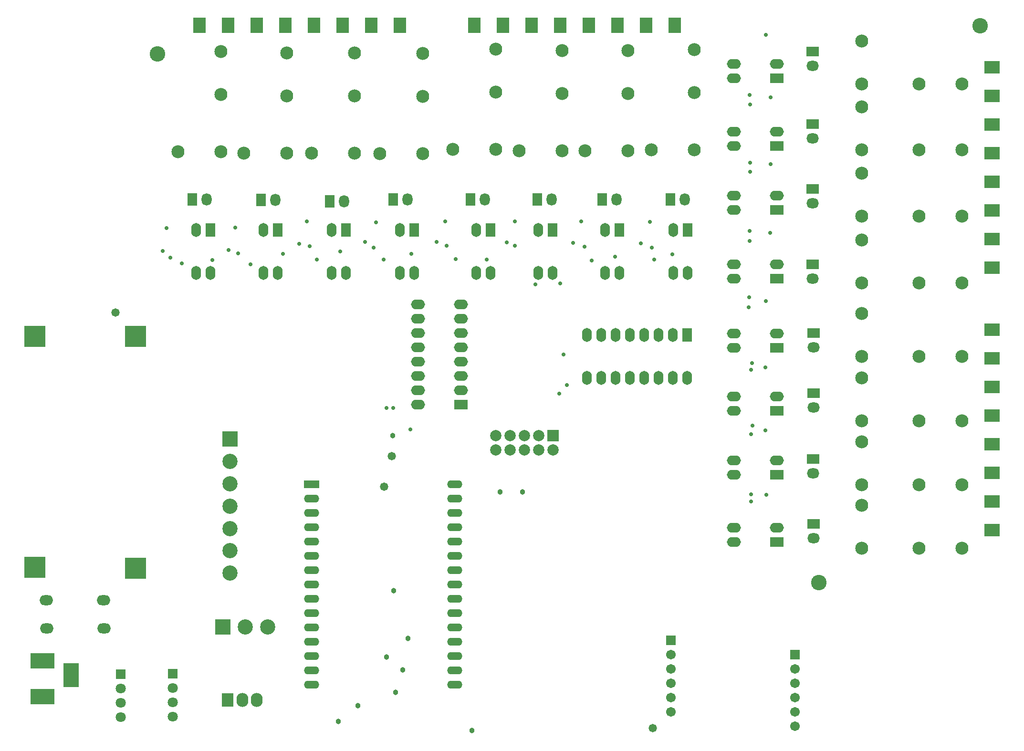
<source format=gbs>
G04*
G04 #@! TF.GenerationSoftware,Altium Limited,Altium Designer,24.4.1 (13)*
G04*
G04 Layer_Color=16711935*
%FSLAX25Y25*%
%MOIN*%
G70*
G04*
G04 #@! TF.SameCoordinates,D772E85F-A2A7-474A-8196-155AA2CDE767*
G04*
G04*
G04 #@! TF.FilePolarity,Negative*
G04*
G01*
G75*
%ADD38C,0.10800*%
%ADD39R,0.08674X0.07099*%
%ADD40O,0.08674X0.07099*%
%ADD41R,0.10642X0.05524*%
%ADD42O,0.10642X0.05524*%
%ADD43R,0.06800X0.09800*%
%ADD44O,0.06800X0.09800*%
%ADD45C,0.07887*%
%ADD46R,0.07887X0.07887*%
%ADD47R,0.14580X0.14580*%
%ADD48C,0.09068*%
%ADD49R,0.10642X0.08674*%
%ADD50R,0.08674X0.10642*%
%ADD51O,0.08300X0.09800*%
%ADD52R,0.08300X0.09800*%
%ADD53C,0.06706*%
%ADD54R,0.06706X0.06706*%
%ADD55C,0.07099*%
%ADD56R,0.07099X0.07099*%
%ADD57C,0.10642*%
%ADD58R,0.10642X0.10642*%
%ADD59O,0.09461X0.07099*%
%ADD60R,0.10800X0.16800*%
%ADD61R,0.16800X0.10800*%
%ADD62O,0.09800X0.06800*%
%ADD63R,0.09800X0.06800*%
%ADD64O,0.07099X0.08674*%
%ADD65R,0.07099X0.08674*%
%ADD66R,0.10642X0.10642*%
%ADD67C,0.03800*%
%ADD68C,0.02800*%
%ADD69C,0.05800*%
D38*
X673200Y498500D02*
D03*
X98300Y479000D02*
D03*
X560300Y109700D02*
D03*
D39*
X556000Y480511D02*
D03*
X556700Y284011D02*
D03*
X556000Y430011D02*
D03*
Y384600D02*
D03*
Y332011D02*
D03*
X556400Y196011D02*
D03*
X556700Y150511D02*
D03*
Y242011D02*
D03*
D40*
X556000Y470511D02*
D03*
X556700Y274011D02*
D03*
X556000Y420011D02*
D03*
Y374600D02*
D03*
Y322011D02*
D03*
X556400Y186011D02*
D03*
X556700Y140511D02*
D03*
Y232011D02*
D03*
D41*
X206200Y178300D02*
D03*
D42*
Y168300D02*
D03*
Y158300D02*
D03*
Y148300D02*
D03*
Y138300D02*
D03*
Y128300D02*
D03*
Y118300D02*
D03*
Y108300D02*
D03*
Y98300D02*
D03*
Y88300D02*
D03*
Y78300D02*
D03*
Y68300D02*
D03*
Y58300D02*
D03*
Y48300D02*
D03*
Y38300D02*
D03*
X306200Y178300D02*
D03*
Y168300D02*
D03*
Y158300D02*
D03*
Y148300D02*
D03*
Y138300D02*
D03*
Y128300D02*
D03*
Y118300D02*
D03*
Y108300D02*
D03*
Y98300D02*
D03*
Y88300D02*
D03*
Y78300D02*
D03*
Y68300D02*
D03*
Y58300D02*
D03*
Y48300D02*
D03*
Y38300D02*
D03*
D43*
X468400Y282650D02*
D03*
X182500Y355850D02*
D03*
X135300D02*
D03*
X468700D02*
D03*
X277600D02*
D03*
X230000D02*
D03*
X421100D02*
D03*
X374538D02*
D03*
X331000D02*
D03*
D44*
X458400Y282650D02*
D03*
X448400D02*
D03*
X438400D02*
D03*
X428400D02*
D03*
X418400D02*
D03*
X408400D02*
D03*
X398400D02*
D03*
Y252650D02*
D03*
X408400D02*
D03*
X418400D02*
D03*
X428400D02*
D03*
X448400D02*
D03*
X458400D02*
D03*
X468400D02*
D03*
X438400D02*
D03*
X182500Y325850D02*
D03*
X172500D02*
D03*
Y355850D02*
D03*
X135300Y325850D02*
D03*
X125300D02*
D03*
Y355850D02*
D03*
X468700Y325850D02*
D03*
X458700D02*
D03*
Y355850D02*
D03*
X277600Y325850D02*
D03*
X267600D02*
D03*
Y355850D02*
D03*
X230000Y325850D02*
D03*
X220000D02*
D03*
Y355850D02*
D03*
X421100Y325850D02*
D03*
X411100D02*
D03*
Y355850D02*
D03*
X374538Y325850D02*
D03*
X364538D02*
D03*
Y355850D02*
D03*
X331000Y325850D02*
D03*
X321000D02*
D03*
Y355850D02*
D03*
D45*
X364600Y212400D02*
D03*
X354600D02*
D03*
X344600D02*
D03*
X334600D02*
D03*
X344600Y202400D02*
D03*
X354600D02*
D03*
X364600D02*
D03*
X374600D02*
D03*
X334600D02*
D03*
D46*
X374600Y212400D02*
D03*
D47*
X12700Y281650D02*
D03*
X83200D02*
D03*
Y119650D02*
D03*
X12700Y120150D02*
D03*
D48*
X660500Y267511D02*
D03*
X630500D02*
D03*
X590500Y297511D02*
D03*
Y267511D02*
D03*
X660500Y365511D02*
D03*
X630500D02*
D03*
X590500Y395511D02*
D03*
Y365511D02*
D03*
X660500Y319011D02*
D03*
X630500D02*
D03*
X590500Y349011D02*
D03*
Y319011D02*
D03*
X660500Y412011D02*
D03*
X630500D02*
D03*
X590500Y442011D02*
D03*
Y412011D02*
D03*
X660500Y458011D02*
D03*
X630500D02*
D03*
X590500Y488011D02*
D03*
Y458011D02*
D03*
X660500Y222511D02*
D03*
X630500D02*
D03*
X590500Y252511D02*
D03*
Y222511D02*
D03*
X660500Y133511D02*
D03*
X630500D02*
D03*
X590500Y163511D02*
D03*
Y133511D02*
D03*
X660500Y178011D02*
D03*
X630500D02*
D03*
X590500Y208011D02*
D03*
Y178011D02*
D03*
X142800Y480550D02*
D03*
Y450550D02*
D03*
X112800Y410550D02*
D03*
X142800D02*
D03*
X235900Y479450D02*
D03*
Y449450D02*
D03*
X205900Y409450D02*
D03*
X235900D02*
D03*
X283600Y479150D02*
D03*
Y449150D02*
D03*
X253600Y409150D02*
D03*
X283600D02*
D03*
X473300Y481750D02*
D03*
Y451750D02*
D03*
X443300Y411750D02*
D03*
X473300D02*
D03*
X188800Y479650D02*
D03*
Y449650D02*
D03*
X158800Y409650D02*
D03*
X188800D02*
D03*
X427200Y481150D02*
D03*
Y451150D02*
D03*
X397200Y411150D02*
D03*
X427200D02*
D03*
X334800Y482150D02*
D03*
Y452150D02*
D03*
X304800Y412150D02*
D03*
X334800D02*
D03*
X381000Y481250D02*
D03*
Y451250D02*
D03*
X351000Y411250D02*
D03*
X381000D02*
D03*
D49*
X681400Y146250D02*
D03*
Y166250D02*
D03*
Y186250D02*
D03*
Y206250D02*
D03*
Y226250D02*
D03*
Y246250D02*
D03*
Y266250D02*
D03*
Y286250D02*
D03*
Y329700D02*
D03*
Y349700D02*
D03*
Y369700D02*
D03*
Y389700D02*
D03*
Y409700D02*
D03*
Y429700D02*
D03*
Y449700D02*
D03*
Y469700D02*
D03*
D50*
X267800Y498900D02*
D03*
X247800D02*
D03*
X227800D02*
D03*
X207800D02*
D03*
X187800D02*
D03*
X167800D02*
D03*
X147800D02*
D03*
X127800D02*
D03*
X459800D02*
D03*
X439800D02*
D03*
X419800D02*
D03*
X399800D02*
D03*
X379800D02*
D03*
X359800D02*
D03*
X339800D02*
D03*
X319800D02*
D03*
D51*
X167800Y27600D02*
D03*
X157800D02*
D03*
D52*
X147300D02*
D03*
D53*
X457200Y49200D02*
D03*
Y59200D02*
D03*
X543700Y9200D02*
D03*
Y19200D02*
D03*
Y29200D02*
D03*
Y39200D02*
D03*
Y49200D02*
D03*
X457200Y19200D02*
D03*
Y29200D02*
D03*
Y39200D02*
D03*
D54*
Y69200D02*
D03*
X543700Y59200D02*
D03*
D55*
X72800Y15700D02*
D03*
Y25700D02*
D03*
Y35700D02*
D03*
X108900Y16000D02*
D03*
Y26000D02*
D03*
Y36000D02*
D03*
D56*
X72800Y45700D02*
D03*
X108900Y46000D02*
D03*
D57*
X175386Y78500D02*
D03*
X159795D02*
D03*
X149200Y131800D02*
D03*
Y147391D02*
D03*
Y194162D02*
D03*
Y178572D02*
D03*
Y162981D02*
D03*
Y116209D02*
D03*
D58*
X144205Y78500D02*
D03*
D59*
X20700Y97400D02*
D03*
X60700D02*
D03*
X21200Y77500D02*
D03*
X61200D02*
D03*
D60*
X38200Y45000D02*
D03*
D61*
X18200Y30000D02*
D03*
Y55000D02*
D03*
D62*
X501000Y138011D02*
D03*
Y148011D02*
D03*
X531000D02*
D03*
X501000Y185011D02*
D03*
Y195011D02*
D03*
X531000D02*
D03*
X501000Y229511D02*
D03*
Y239511D02*
D03*
X531000D02*
D03*
X280500Y263800D02*
D03*
Y233800D02*
D03*
Y243800D02*
D03*
Y253800D02*
D03*
Y273800D02*
D03*
Y283800D02*
D03*
Y293800D02*
D03*
Y303800D02*
D03*
X310500D02*
D03*
Y293800D02*
D03*
Y283800D02*
D03*
Y273800D02*
D03*
Y263800D02*
D03*
Y253800D02*
D03*
Y243800D02*
D03*
X501000Y273511D02*
D03*
Y283511D02*
D03*
X531000D02*
D03*
X501000Y321811D02*
D03*
Y331811D02*
D03*
X531000D02*
D03*
X501000Y414411D02*
D03*
Y424411D02*
D03*
X531000D02*
D03*
X501000Y370011D02*
D03*
Y380011D02*
D03*
X531000D02*
D03*
X501000Y462011D02*
D03*
Y472011D02*
D03*
X531000D02*
D03*
D63*
Y138011D02*
D03*
Y185011D02*
D03*
Y229511D02*
D03*
X310500Y233800D02*
D03*
X531000Y273511D02*
D03*
Y321811D02*
D03*
Y414411D02*
D03*
Y370011D02*
D03*
Y462011D02*
D03*
D64*
X132800Y377100D02*
D03*
X228700Y376000D02*
D03*
X273000Y377150D02*
D03*
X327000Y377200D02*
D03*
X466800Y377100D02*
D03*
X419000Y377200D02*
D03*
X373600Y377150D02*
D03*
X180700Y377000D02*
D03*
D65*
X122800Y377100D02*
D03*
X218700Y376000D02*
D03*
X263000Y377150D02*
D03*
X317000Y377200D02*
D03*
X456800Y377100D02*
D03*
X409000Y377200D02*
D03*
X363600Y377150D02*
D03*
X170700Y377000D02*
D03*
D66*
X149200Y209753D02*
D03*
D67*
X353500Y173000D02*
D03*
X337600Y172900D02*
D03*
X262800Y212100D02*
D03*
X263400Y103800D02*
D03*
X318000Y6300D02*
D03*
X238400Y23500D02*
D03*
X224800Y12600D02*
D03*
X273400Y70500D02*
D03*
X258500Y57500D02*
D03*
X269700Y48500D02*
D03*
X264700Y32800D02*
D03*
D68*
X523600Y171000D02*
D03*
X523200Y216000D02*
D03*
X522900Y259900D02*
D03*
X523500Y306200D02*
D03*
X523400Y492100D02*
D03*
X526800Y448600D02*
D03*
X526700Y401800D02*
D03*
X526500Y353900D02*
D03*
X436000Y346700D02*
D03*
X388800Y346800D02*
D03*
X342400Y347100D02*
D03*
X293400Y347600D02*
D03*
X243300Y347500D02*
D03*
X197300Y346200D02*
D03*
X148000Y341900D02*
D03*
X102100Y341200D02*
D03*
X384300Y247600D02*
D03*
X379100Y241600D02*
D03*
X382200Y269000D02*
D03*
X275200Y216700D02*
D03*
X263000Y231600D02*
D03*
X258300Y231700D02*
D03*
X379700Y318700D02*
D03*
X362300Y318000D02*
D03*
X115300Y332500D02*
D03*
X136700Y334900D02*
D03*
X163300Y331900D02*
D03*
X256400Y335300D02*
D03*
X209600Y335400D02*
D03*
X328500D02*
D03*
X306800Y335500D02*
D03*
X401700Y334600D02*
D03*
X186000Y339100D02*
D03*
X226100Y340800D02*
D03*
X275700Y339300D02*
D03*
X417900Y337400D02*
D03*
X512900Y166200D02*
D03*
Y213400D02*
D03*
X511400Y301800D02*
D03*
X511700Y308900D02*
D03*
X445300Y335400D02*
D03*
X513100Y171400D02*
D03*
X513900Y219300D02*
D03*
X513200Y258100D02*
D03*
X513700Y262900D02*
D03*
X458100Y338800D02*
D03*
X512200Y348200D02*
D03*
Y355300D02*
D03*
X512300Y396500D02*
D03*
X512400Y402900D02*
D03*
X512200Y450400D02*
D03*
X512400Y443600D02*
D03*
X104700Y357300D02*
D03*
X107500Y336700D02*
D03*
X202700Y361900D02*
D03*
X300300Y344800D02*
D03*
X249300Y343600D02*
D03*
X443800Y343700D02*
D03*
X442500Y361600D02*
D03*
X204600Y344700D02*
D03*
X396800Y344300D02*
D03*
X394300Y361900D02*
D03*
X299300Y362000D02*
D03*
X347900Y344800D02*
D03*
Y361800D02*
D03*
X251100Y361400D02*
D03*
X152800Y357500D02*
D03*
X154600Y339500D02*
D03*
D69*
X444300Y7800D02*
D03*
X262000Y197900D02*
D03*
X256600Y176500D02*
D03*
X69000Y298400D02*
D03*
M02*

</source>
